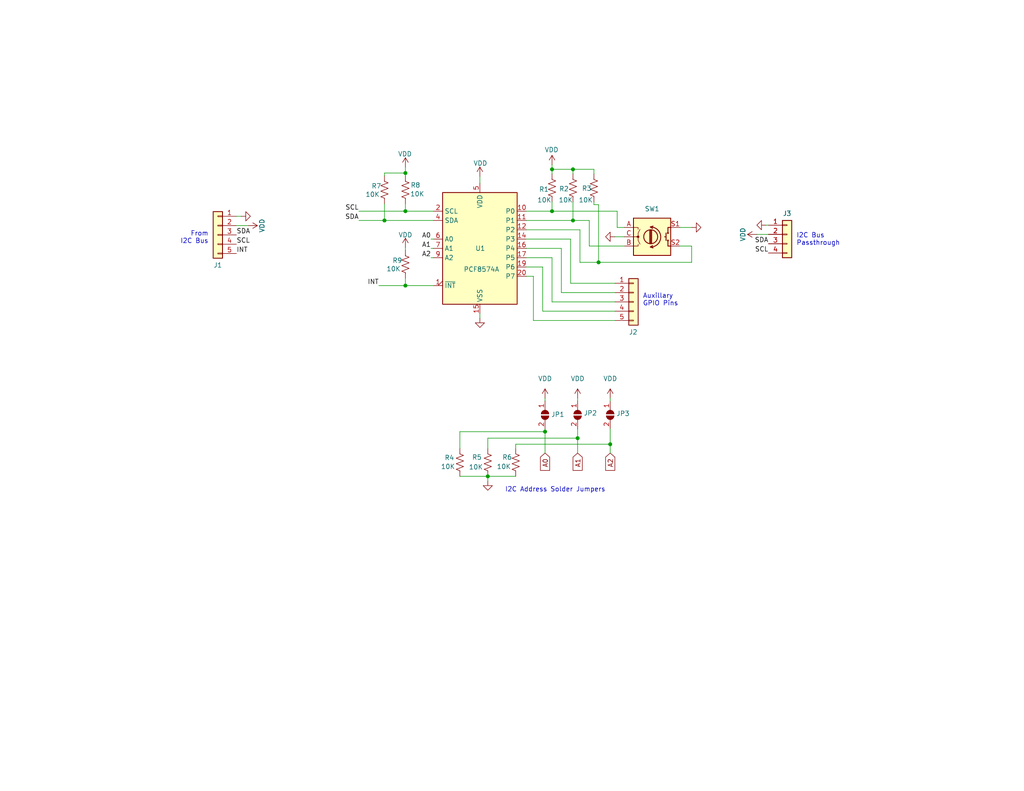
<source format=kicad_sch>
(kicad_sch (version 20211123) (generator eeschema)
  (paper "USLetter")
  (title_block (title "I2C Rotary Encoder Module") (date "2023-02-03") (rev "A"))
  (lib_symbols
    (symbol "Connector_Generic:Conn_01x04" (pin_names (offset 1.016) hide)
      (property "Reference" "J" (at 0 5.08 0))
      (property "Value" "Conn_01x04" (at 0 -7.62 0))
      (symbol "Conn_01x04_1_1"
        (rectangle (start -1.27 -4.953) (end 0 -5.207) (stroke (width 0.1524)))
        (rectangle (start -1.27 -2.413) (end 0 -2.667) (stroke (width 0.1524)))
        (rectangle (start -1.27 0.127) (end 0 -0.127) (stroke (width 0.1524)))
        (rectangle (start -1.27 2.667) (end 0 2.413) (stroke (width 0.1524)))
        (rectangle (start -1.27 3.81) (end 1.27 -6.35) (stroke (width 0.254)) (fill (type background)))
        (pin passive line (at -5.08 2.54 0) (length 3.81) (name "Pin_1") (number "1"))
        (pin passive line (at -5.08 0 0) (length 3.81) (name "Pin_2") (number "2"))
        (pin passive line (at -5.08 -2.54 0) (length 3.81) (name "Pin_3") (number "3"))
        (pin passive line (at -5.08 -5.08 0) (length 3.81) (name "Pin_4") (number "4"))
      )
    )
    (symbol "Connector_Generic:Conn_01x05" (pin_names (offset 1.016) hide)
      (property "Reference" "J" (at 0 7.62 0))
      (property "Value" "Conn_01x05" (at 0 -7.62 0))
      (symbol "Conn_01x05_1_1"
        (rectangle (start -1.27 -4.953) (end 0 -5.207) (stroke (width 0.1524)))
        (rectangle (start -1.27 -2.413) (end 0 -2.667) (stroke (width 0.1524)))
        (rectangle (start -1.27 0.127) (end 0 -0.127) (stroke (width 0.1524)))
        (rectangle (start -1.27 2.667) (end 0 2.413) (stroke (width 0.1524)))
        (rectangle (start -1.27 5.207) (end 0 4.953) (stroke (width 0.1524)))
        (rectangle (start -1.27 6.35) (end 1.27 -6.35) (stroke (width 0.254)) (fill (type background)))
        (pin passive line (at -5.08 5.08 0) (length 3.81) (name "Pin_1") (number "1"))
        (pin passive line (at -5.08 2.54 0) (length 3.81) (name "Pin_2") (number "2"))
        (pin passive line (at -5.08 0 0) (length 3.81) (name "Pin_3") (number "3"))
        (pin passive line (at -5.08 -2.54 0) (length 3.81) (name "Pin_4") (number "4"))
        (pin passive line (at -5.08 -5.08 0) (length 3.81) (name "Pin_5") (number "5"))
      )
    )
    (symbol "Device:R_US" (pin_numbers hide) (pin_names (offset 0))
      (property "Reference" "R" (at 2.54 0 90))
      (property "Value" "R_US" (at -2.54 0 90))
      (symbol "R_US_0_1"
        (polyline (pts (xy 0 -2.286) (xy 0 -2.54)))
        (polyline (pts (xy 0 2.286) (xy 0 2.54)))
        (polyline (pts (xy 0 -0.762) (xy 1.016 -1.143) (xy 0 -1.524) (xy -1.016 -1.905) (xy 0 -2.286)))
        (polyline (pts (xy 0 0.762) (xy 1.016 0.381) (xy 0 0) (xy -1.016 -0.381) (xy 0 -0.762)))
        (polyline (pts (xy 0 2.286) (xy 1.016 1.905) (xy 0 1.524) (xy -1.016 1.143) (xy 0 0.762)))
      )
      (symbol "R_US_1_1"
        (pin passive line (at 0 3.81 270) (length 1.27) (name "~") (number "1"))
        (pin passive line (at 0 -3.81 90) (length 1.27) (name "~") (number "2"))
      )
    )
    (symbol "Device:RotaryEncoder_Switch" (pin_names (offset 0.254) hide)
      (property "Reference" "SW" (at 0 6.604 0))
      (property "Value" "RotaryEncoder_Switch" (at 0 -6.604 0))
      (symbol "RotaryEncoder_Switch_0_1"
        (rectangle (start -5.08 5.08) (end 5.08 -5.08) (stroke (width 0.254)) (fill (type background)))
        (circle (center -3.81 0) (radius 0.254) (fill (type outline)))
        (arc (start -0.381 -2.794) (mid 2.3622 -0.0635) (end -0.381 2.667) (stroke (width 0.254)))
        (circle (center -0.381 0) (radius 1.905) (stroke (width 0.254)))
        (polyline (pts (xy -0.635 -1.778) (xy -0.635 1.778)) (stroke (width 0.254)))
        (polyline (pts (xy -0.381 -1.778) (xy -0.381 1.778)) (stroke (width 0.254)))
        (polyline (pts (xy -0.127 1.778) (xy -0.127 -1.778)) (stroke (width 0.254)))
        (polyline (pts (xy 3.81 0) (xy 3.429 0)) (stroke (width 0.254)))
        (polyline (pts (xy 3.81 1.016) (xy 3.81 -1.016)) (stroke (width 0.254)))
        (polyline (pts (xy -5.08 -2.54) (xy -3.81 -2.54) (xy -3.81 -2.032)))
        (polyline (pts (xy -5.08 2.54) (xy -3.81 2.54) (xy -3.81 2.032)))
        (polyline (pts (xy 0.254 -3.048) (xy -0.508 -2.794) (xy 0.127 -2.413)) (stroke (width 0.254)))
        (polyline (pts (xy 0.254 2.921) (xy -0.508 2.667) (xy 0.127 2.286)) (stroke (width 0.254)))
        (polyline (pts (xy 5.08 -2.54) (xy 4.318 -2.54) (xy 4.318 -1.016)) (stroke (width 0.254)))
        (polyline (pts (xy 5.08 2.54) (xy 4.318 2.54) (xy 4.318 1.016)) (stroke (width 0.254)))
        (polyline (pts (xy -5.08 0) (xy -3.81 0) (xy -3.81 -1.016) (xy -3.302 -2.032)))
        (polyline (pts (xy -4.318 0) (xy -3.81 0) (xy -3.81 1.016) (xy -3.302 2.032)))
        (circle (center 4.318 -1.016) (radius 0.127) (stroke (width 0.254)))
        (circle (center 4.318 1.016) (radius 0.127) (stroke (width 0.254)))
      )
      (symbol "RotaryEncoder_Switch_1_1"
        (pin passive line (at -7.62 2.54 0) (length 2.54) (name "A") (number "A"))
        (pin passive line (at -7.62 -2.54 0) (length 2.54) (name "B") (number "B"))
        (pin passive line (at -7.62 0 0) (length 2.54) (name "C") (number "C"))
        (pin passive line (at 7.62 2.54 180) (length 2.54) (name "S1") (number "S1"))
        (pin passive line (at 7.62 -2.54 180) (length 2.54) (name "S2") (number "S2"))
      )
    )
    (symbol "Interface_Expansion:PCF8574ATS"
      (property "Reference" "U" (at -8.89 16.51 0))
      (property "Value" "PCF8574ATS" (at 3.81 16.51 0))
      (symbol "PCF8574ATS_0_1"
        (rectangle (start -10.16 15.24) (end 10.16 -15.24) (stroke (width 0.254)) (fill (type background)))
      )
      (symbol "PCF8574ATS_1_1"
        (pin open_collector output_low (at -12.7 -10.16 0) (length 2.54) (name "~{INT}") (number "1"))
        (pin bidirectional line (at 12.7 10.16 180) (length 2.54) (name "P0") (number "10"))
        (pin bidirectional line (at 12.7 7.62 180) (length 2.54) (name "P1") (number "11"))
        (pin bidirectional line (at 12.7 5.08 180) (length 2.54) (name "P2") (number "12"))
        (pin no_connect line (at -10.16 -5.08 0) (length 2.54) hide (name "NC") (number "13"))
        (pin bidirectional line (at 12.7 2.54 180) (length 2.54) (name "P3") (number "14"))
        (pin power_in line (at 0 -17.78 90) (length 2.54) (name "VSS") (number "15"))
        (pin bidirectional line (at 12.7 0 180) (length 2.54) (name "P4") (number "16"))
        (pin bidirectional line (at 12.7 -2.54 180) (length 2.54) (name "P5") (number "17"))
        (pin no_connect line (at -10.16 -7.62 0) (length 2.54) hide (name "NC") (number "18"))
        (pin bidirectional line (at 12.7 -5.08 180) (length 2.54) (name "P6") (number "19"))
        (pin input line (at -12.7 10.16 0) (length 2.54) (name "SCL") (number "2"))
        (pin bidirectional line (at 12.7 -7.62 180) (length 2.54) (name "P7") (number "20"))
        (pin no_connect line (at 10.16 -10.16 180) (length 2.54) hide (name "NC") (number "3"))
        (pin bidirectional line (at -12.7 7.62 0) (length 2.54) (name "SDA") (number "4"))
        (pin power_in line (at 0 17.78 270) (length 2.54) (name "VDD") (number "5"))
        (pin input line (at -12.7 2.54 0) (length 2.54) (name "A0") (number "6"))
        (pin input line (at -12.7 0 0) (length 2.54) (name "A1") (number "7"))
        (pin no_connect line (at 10.16 -12.7 180) (length 2.54) hide (name "NC") (number "8"))
        (pin input line (at -12.7 -2.54 0) (length 2.54) (name "A2") (number "9"))
      )
    )
    (symbol "Jumper:SolderJumper_2_Open" (pin_names (offset 0) hide)
      (property "Reference" "JP" (at 0 2.032 0))
      (property "Value" "SolderJumper_2_Open" (at 0 -2.54 0))
      (symbol "SolderJumper_2_Open_0_1"
        (arc (start -0.254 1.016) (mid -1.27 0) (end -0.254 -1.016))
        (arc (start -0.254 1.016) (mid -1.27 0) (end -0.254 -1.016) (fill (type outline)))
        (polyline (pts (xy -0.254 1.016) (xy -0.254 -1.016)))
        (polyline (pts (xy 0.254 1.016) (xy 0.254 -1.016)))
        (arc (start 0.254 -1.016) (mid 1.27 0) (end 0.254 1.016))
        (arc (start 0.254 -1.016) (mid 1.27 0) (end 0.254 1.016) (fill (type outline)))
      )
      (symbol "SolderJumper_2_Open_1_1"
        (pin passive line (at -3.81 0 0) (length 2.54) (name "A") (number "1"))
        (pin passive line (at 3.81 0 180) (length 2.54) (name "B") (number "2"))
      )
    )
    (symbol "K7TFC_Passives:R_US" (pin_numbers hide) (pin_names (offset 0))
      (property "Reference" "R" (at 2.54 0 90))
      (property "Value" "R_US" (at -2.54 0 90))
      (symbol "R_US_0_1"
        (polyline (pts (xy 0 -2.286) (xy 0 -2.54)))
        (polyline (pts (xy 0 2.286) (xy 0 2.54)))
        (polyline (pts (xy 0 -0.762) (xy 1.016 -1.143) (xy 0 -1.524) (xy -1.016 -1.905) (xy 0 -2.286)))
        (polyline (pts (xy 0 0.762) (xy 1.016 0.381) (xy 0 0) (xy -1.016 -0.381) (xy 0 -0.762)))
        (polyline (pts (xy 0 2.286) (xy 1.016 1.905) (xy 0 1.524) (xy -1.016 1.143) (xy 0 0.762)))
      )
      (symbol "R_US_1_1"
        (pin passive line (at 0 3.81 270) (length 1.27) (name "~") (number "1"))
        (pin passive line (at 0 -3.81 90) (length 1.27) (name "~") (number "2"))
      )
    )
    (symbol "power:GND" (power) (pin_names (offset 0))
      (property "Value" "GND" (at 0 -3.81 0))
      (symbol "GND_0_1"
        (polyline (pts (xy 0 0) (xy 0 -1.27) (xy 1.27 -1.27) (xy 0 -2.54) (xy -1.27 -1.27) (xy 0 -1.27)))
      )
      (symbol "GND_1_1"
        (pin power_in line (at 0 0 270) (length 0) hide (name "GND") (number "1"))
      )
    )
    (symbol "power:VDD" (power) (pin_names (offset 0))
      (property "Value" "VDD" (at 0 3.81 0))
      (symbol "VDD_0_1"
        (polyline (pts (xy -0.762 1.27) (xy 0 2.54)))
        (polyline (pts (xy 0 0) (xy 0 2.54)))
        (polyline (pts (xy 0 2.54) (xy 0.762 1.27)))
      )
      (symbol "VDD_1_1"
        (pin power_in line (at 0 0 90) (length 0) hide (name "VDD") (number "1"))
      )
    )
  )
  (junction (at 133.096 130.048))
  (junction (at 110.617 57.658))
  (junction (at 163.322 71.628))
  (junction (at 150.622 57.658))
  (junction (at 150.622 46.228))
  (junction (at 148.717 117.856))
  (junction (at 110.617 47.244))
  (junction (at 166.497 121.285))
  (junction (at 110.617 77.978))
  (junction (at 104.902 60.198))
  (junction (at 156.337 60.198))
  (junction (at 156.337 46.228))
  (junction (at 157.607 119.634))
  (wire (pts (xy 155.702 77.343) (xy 167.767 77.343)))
  (wire (pts (xy 157.607 117.094) (xy 157.607 119.634)))
  (wire (pts (xy 162.052 55.88) (xy 162.052 55.118)))
  (wire (pts (xy 170.307 62.103) (xy 168.402 62.103)))
  (wire (pts (xy 143.637 67.818) (xy 153.162 67.818)))
  (wire (pts (xy 110.617 67.564) (xy 110.617 68.326)))
  (wire (pts (xy 168.402 57.658) (xy 150.622 57.658)))
  (wire (pts (xy 133.096 119.634) (xy 157.607 119.634)))
  (wire (pts (xy 158.242 62.738) (xy 143.637 62.738)))
  (wire (pts (xy 155.702 65.278) (xy 155.702 77.343)))
  (wire (pts (xy 110.617 57.658) (xy 118.237 57.658)))
  (wire (pts (xy 103.378 77.978) (xy 110.617 77.978)))
  (wire (pts (xy 156.337 55.118) (xy 156.337 60.198)))
  (wire (pts (xy 160.782 60.198) (xy 156.337 60.198)))
  (wire (pts (xy 117.602 65.278) (xy 118.237 65.278)))
  (wire (pts (xy 140.716 122.428) (xy 140.716 121.285)))
  (wire (pts (xy 188.722 67.183) (xy 188.722 71.628)))
  (wire (pts (xy 150.622 82.423) (xy 167.767 82.423)))
  (wire (pts (xy 104.902 60.198) (xy 118.237 60.198)))
  (wire (pts (xy 162.052 47.498) (xy 162.052 46.228)))
  (wire (pts (xy 143.637 65.278) (xy 155.702 65.278)))
  (wire (pts (xy 125.476 130.048) (xy 133.096 130.048)))
  (wire (pts (xy 148.717 108.712) (xy 148.717 109.474)))
  (wire (pts (xy 170.307 67.183) (xy 160.782 67.183)))
  (wire (pts (xy 148.717 117.856) (xy 148.717 123.698)))
  (wire (pts (xy 125.476 122.428) (xy 125.476 117.856)))
  (wire (pts (xy 110.617 47.244) (xy 110.617 48.006)))
  (wire (pts (xy 168.402 62.103) (xy 168.402 57.658)))
  (wire (pts (xy 150.622 44.958) (xy 150.622 46.228)))
  (wire (pts (xy 64.516 61.595) (xy 67.691 61.595)))
  (wire (pts (xy 185.547 62.103) (xy 188.722 62.103)))
  (wire (pts (xy 143.637 70.358) (xy 150.622 70.358)))
  (wire (pts (xy 133.096 130.048) (xy 133.096 131.318)))
  (wire (pts (xy 117.602 67.818) (xy 118.237 67.818)))
  (wire (pts (xy 166.497 121.285) (xy 166.497 123.698)))
  (wire (pts (xy 150.622 70.358) (xy 150.622 82.423)))
  (wire (pts (xy 64.516 59.055) (xy 65.786 59.055)))
  (wire (pts (xy 145.542 87.503) (xy 167.767 87.503)))
  (wire (pts (xy 110.617 55.626) (xy 110.617 57.658)))
  (wire (pts (xy 153.162 79.883) (xy 167.767 79.883)))
  (wire (pts (xy 150.622 46.228) (xy 156.337 46.228)))
  (wire (pts (xy 97.917 60.198) (xy 104.902 60.198)))
  (wire (pts (xy 153.162 67.818) (xy 153.162 79.883)))
  (wire (pts (xy 157.607 108.712) (xy 157.607 109.474)))
  (wire (pts (xy 163.322 71.628) (xy 163.322 55.88)))
  (wire (pts (xy 150.622 46.228) (xy 150.622 47.498)))
  (wire (pts (xy 185.547 67.183) (xy 188.722 67.183)))
  (wire (pts (xy 110.617 45.593) (xy 110.617 47.244)))
  (wire (pts (xy 133.096 122.428) (xy 133.096 119.634)))
  (wire (pts (xy 166.497 117.094) (xy 166.497 121.285)))
  (wire (pts (xy 145.542 75.438) (xy 145.542 87.503)))
  (wire (pts (xy 97.917 57.658) (xy 110.617 57.658)))
  (wire (pts (xy 130.937 48.133) (xy 130.937 50.038)))
  (wire (pts (xy 163.322 71.628) (xy 158.242 71.628)))
  (wire (pts (xy 158.242 71.628) (xy 158.242 62.738)))
  (wire (pts (xy 209.677 61.468) (xy 209.042 61.468)))
  (wire (pts (xy 156.337 46.228) (xy 156.337 47.498)))
  (wire (pts (xy 130.937 85.598) (xy 130.937 86.868)))
  (wire (pts (xy 148.082 84.963) (xy 167.767 84.963)))
  (wire (pts (xy 110.617 75.946) (xy 110.617 77.978)))
  (wire (pts (xy 209.677 64.008) (xy 206.502 64.008)))
  (wire (pts (xy 148.082 72.898) (xy 148.082 84.963)))
  (wire (pts (xy 104.902 55.626) (xy 104.902 60.198)))
  (wire (pts (xy 143.637 72.898) (xy 148.082 72.898)))
  (wire (pts (xy 133.096 130.048) (xy 140.716 130.048)))
  (wire (pts (xy 160.782 67.183) (xy 160.782 60.198)))
  (wire (pts (xy 157.607 119.634) (xy 157.607 123.698)))
  (wire (pts (xy 162.052 46.228) (xy 156.337 46.228)))
  (wire (pts (xy 143.637 57.658) (xy 150.622 57.658)))
  (wire (pts (xy 163.322 55.88) (xy 162.052 55.88)))
  (wire (pts (xy 156.337 60.198) (xy 143.637 60.198)))
  (wire (pts (xy 166.497 108.712) (xy 166.497 109.474)))
  (wire (pts (xy 167.767 64.643) (xy 170.307 64.643)))
  (wire (pts (xy 150.622 55.118) (xy 150.622 57.658)))
  (wire (pts (xy 104.902 47.244) (xy 104.902 48.006)))
  (wire (pts (xy 140.716 121.285) (xy 166.497 121.285)))
  (wire (pts (xy 125.476 117.856) (xy 148.717 117.856)))
  (wire (pts (xy 148.717 117.094) (xy 148.717 117.856)))
  (wire (pts (xy 145.542 75.438) (xy 143.637 75.438)))
  (wire (pts (xy 117.602 70.358) (xy 118.237 70.358)))
  (wire (pts (xy 188.722 71.628) (xy 163.322 71.628)))
  (wire (pts (xy 104.902 47.244) (xy 110.617 47.244)))
  (wire (pts (xy 110.617 77.978) (xy 118.237 77.978)))
  (text "I2C Bus\nPassthrough" (at 217.297 67.183 0) (effects (font (size 1.27 1.27)) (justify left bottom)))
  (text "I2C Address Solder Jumpers" (at 137.795 134.493 0) (effects (font (size 1.27 1.27)) (justify left bottom)))
  (text "From\nI2C Bus" (at 56.896 66.675 180) (effects (font (size 1.27 1.27)) (justify right bottom)))
  (text "Auxillary\nGPIO Pins" (at 175.387 83.693 0) (effects (font (size 1.27 1.27)) (justify left bottom)))
  (label "SDA" (at 64.516 64.135 0))
  (label "SDA" (at 97.917 60.198 180))
  (label "A1" (at 117.602 67.818 180))
  (label "A0" (at 117.602 65.278 180))
  (label "SCL" (at 97.917 57.658 180))
  (label "A2" (at 117.602 70.358 180))
  (label "SDA" (at 209.677 66.548 180))
  (label "INT" (at 103.378 77.978 180))
  (label "SCL" (at 209.677 69.088 180))
  (label "SCL" (at 64.516 66.675 0))
  (label "INT" (at 64.516 69.215 0))
  (global_label "A0" (shape input) (at 148.717 123.698 270) (property "Intersheet References" "${INTERSHEET_REFS}" (effects hide)))
  (global_label "A1" (shape input) (at 157.607 123.698 270) (property "Intersheet References" "${INTERSHEET_REFS}" (effects hide)))
  (global_label "A2" (shape input) (at 166.497 123.698 270) (property "Intersheet References" "${INTERSHEET_REFS}" (effects hide)))
  (symbol (lib_id "power:GND") (at 133.096 131.318 0) (unit 1)
    (property "Reference" "#PWR0103" (effects hide))
    (property "Value" "GND" (effects hide))
  )
  (symbol (lib_id "power:VDD") (at 157.607 108.712 0) (unit 1)
    (property "Reference" "#PWR0105" (effects hide))
    (property "Value" "VDD" (at 157.607 103.378 0))
  )
  (symbol (lib_id "power:VDD") (at 166.497 108.712 0) (unit 1)
    (property "Reference" "#PWR0104" (effects hide))
    (property "Value" "VDD" (at 166.497 103.378 0))
  )
  (symbol (lib_id "Device:R_US") (at 156.337 51.308 0) (unit 1)
    (property "Reference" "R2" (at 152.527 51.562 0) (effects (justify left)))
    (property "Value" "10K" (at 152.4 54.61 0) (effects (justify left)))
    (property "Footprint" "Resistor_SMD:R_0805_2012Metric" (effects hide))
  )
  (symbol (lib_id "power:VDD") (at 130.937 48.133 0) (unit 1)
    (property "Reference" "#PWR0101" (effects hide))
    (property "Value" "VDD" (at 131.064 44.577 0))
  )
  (symbol (lib_id "power:VDD") (at 110.617 67.564 0) (unit 1)
    (property "Reference" "#PWR0106" (effects hide))
    (property "Value" "VDD" (at 110.617 64.135 0))
  )
  (symbol (lib_id "Jumper:SolderJumper_2_Open") (at 148.717 113.284 270) (unit 1)
    (property "Reference" "JP1" (at 150.368 113.157 90) (effects (justify left)))
    (property "Value" "SolderJumper_2_Open" (effects hide))
    (property "Footprint" "Jumper:SolderJumper-2_P1.3mm_Open_RoundedPad1.0x1.5mm" (effects hide))
  )
  (symbol (lib_id "Device:R_US") (at 162.052 51.308 0) (unit 1)
    (property "Reference" "R3" (at 158.75 51.435 0) (effects (justify left)))
    (property "Value" "10K" (at 157.861 54.61 0) (effects (justify left)))
    (property "Footprint" "Resistor_SMD:R_0805_2012Metric" (effects hide))
  )
  (symbol (lib_id "power:GND") (at 130.937 86.868 0) (unit 1)
    (property "Reference" "#PWR0102" (effects hide))
    (property "Value" "GND" (effects hide))
  )
  (symbol (lib_id "power:GND") (at 188.722 62.103 90) (unit 1)
    (property "Reference" "#PWR0113" (effects hide))
    (property "Value" "GND" (effects hide))
  )
  (symbol (lib_id "Connector_Generic:Conn_01x04") (at 214.757 64.008 0) (unit 1)
    (property "Reference" "J3" (at 214.757 58.293 0))
    (property "Value" "Conn_01x04" (effects hide))
    (property "Footprint" "Connector_PinHeader_2.54mm:PinHeader_1x04_P2.54mm_Vertical" (effects hide))
  )
  (symbol (lib_id "power:VDD") (at 67.691 61.595 270) (mirror x) (unit 1)
    (property "Reference" "#PWR0112" (effects hide))
    (property "Value" "VDD" (at 71.501 59.69 0) (effects (justify right)))
  )
  (symbol (lib_id "K7TFC_Passives:R_US") (at 104.902 51.816 0) (unit 1)
    (property "Reference" "R7" (at 101.346 50.8 0) (effects (justify left)))
    (property "Value" "10K" (at 99.695 53.086 0) (effects (justify left)))
    (property "Footprint" "Resistor_SMD:R_0805_2012Metric" (effects hide))
  )
  (symbol (lib_id "power:GND") (at 209.042 61.468 270) (unit 1)
    (property "Reference" "#PWR0114" (effects hide))
    (property "Value" "GND" (effects hide))
  )
  (symbol (lib_id "Device:R_US") (at 150.622 51.308 0) (unit 1)
    (property "Reference" "R1" (at 147.066 51.689 0) (effects (justify left)))
    (property "Value" "10K" (at 146.558 54.61 0) (effects (justify left)))
    (property "Footprint" "Resistor_SMD:R_0805_2012Metric" (effects hide))
  )
  (symbol (lib_id "Connector_Generic:Conn_01x05") (at 172.847 82.423 0) (unit 1)
    (property "Reference" "J2" (at 171.577 90.678 0) (effects (justify left)))
    (property "Value" "Conn_01x05" (effects hide))
    (property "Footprint" "Connector_PinHeader_2.54mm:PinHeader_1x05_P2.54mm_Vertical" (effects hide))
  )
  (symbol (lib_id "Interface_Expansion:PCF8574ATS") (at 130.937 67.818 0) (unit 1)
    (property "Reference" "U1" (at 129.667 67.818 0) (effects (justify left)))
    (property "Value" "PCF8574A" (at 126.492 73.533 0) (effects (justify left)))
    (property "Footprint" "Package_SO:SSOP-20_4.4x6.5mm_P0.65mm" (effects hide))
    (property "Datasheet" "http://www.nxp.com/documents/data_sheet/PCF8574_PCF8574A.pdf" (effects hide))
  )
  (symbol (lib_id "Jumper:SolderJumper_2_Open") (at 157.607 113.284 270) (unit 1)
    (property "Reference" "JP2" (at 159.258 112.776 90) (effects (justify left)))
    (property "Value" "SolderJumper_2_Open" (effects hide))
    (property "Footprint" "Jumper:SolderJumper-2_P1.3mm_Open_RoundedPad1.0x1.5mm" (effects hide))
  )
  (symbol (lib_id "power:GND") (at 65.786 59.055 90) (mirror x) (unit 1)
    (property "Reference" "#PWR0111" (effects hide))
    (property "Value" "GND" (effects hide))
  )
  (symbol (lib_id "power:GND") (at 167.767 64.643 270) (unit 1)
    (property "Reference" "#PWR0109" (effects hide))
    (property "Value" "GND" (effects hide))
  )
  (symbol (lib_id "Connector_Generic:Conn_01x05") (at 59.436 64.135 0) (mirror y) (unit 1)
    (property "Reference" "J1" (at 59.436 72.39 0))
    (property "Value" "Conn_01x05" (effects hide))
    (property "Footprint" "Connector_PinHeader_2.54mm:PinHeader_1x05_P2.54mm_Vertical" (effects hide))
  )
  (symbol (lib_id "power:VDD") (at 110.617 45.593 0) (unit 1)
    (property "Reference" "#PWR0107" (effects hide))
    (property "Value" "VDD" (at 110.49 42.037 0))
  )
  (symbol (lib_id "K7TFC_Passives:R_US") (at 110.617 51.816 0) (unit 1)
    (property "Reference" "R8" (at 112.014 50.546 0) (effects (justify left)))
    (property "Value" "10K" (at 111.887 52.959 0) (effects (justify left)))
    (property "Footprint" "Resistor_SMD:R_0805_2012Metric" (effects hide))
  )
  (symbol (lib_id "power:VDD") (at 150.622 44.958 0) (unit 1)
    (property "Reference" "#PWR0110" (effects hide))
    (property "Value" "VDD" (at 150.495 40.894 0))
  )
  (symbol (lib_id "Jumper:SolderJumper_2_Open") (at 166.497 113.284 270) (unit 1)
    (property "Reference" "JP3" (at 168.148 112.903 90) (effects (justify left)))
    (property "Value" "SolderJumper_2_Open" (effects hide))
    (property "Footprint" "Jumper:SolderJumper-2_P1.3mm_Open_RoundedPad1.0x1.5mm" (effects hide))
  )
  (symbol (lib_id "K7TFC_Passives:R_US") (at 133.096 126.238 0) (unit 1)
    (property "Reference" "R5" (at 128.778 124.841 0) (effects (justify left)))
    (property "Value" "10K" (at 127.889 127.508 0) (effects (justify left)))
    (property "Footprint" "Resistor_SMD:R_0805_2012Metric" (effects hide))
  )
  (symbol (lib_id "power:VDD") (at 148.717 108.712 0) (unit 1)
    (property "Reference" "#PWR0108" (effects hide))
    (property "Value" "VDD" (at 148.717 103.378 0))
  )
  (symbol (lib_id "power:VDD") (at 206.502 64.008 90) (unit 1)
    (property "Reference" "#PWR0115" (effects hide))
    (property "Value" "VDD" (at 202.692 62.103 0) (effects (justify right)))
  )
  (symbol (lib_id "Device:RotaryEncoder_Switch") (at 177.927 64.643 0) (unit 1)
    (property "Reference" "SW1" (at 177.927 57.023 0))
    (property "Value" "RotaryEncoder_Switch" (effects hide))
    (property "Footprint" "Rotary_Encoder:RotaryEncoder_Alps_EC11E-Switch_Vertical_H20mm" (effects hide))
  )
  (symbol (lib_id "K7TFC_Passives:R_US") (at 140.716 126.238 0) (unit 1)
    (property "Reference" "R6" (at 137.033 124.841 0) (effects (justify left)))
    (property "Value" "10K" (at 135.509 127.381 0) (effects (justify left)))
    (property "Footprint" "Resistor_SMD:R_0805_2012Metric" (effects hide))
  )
  (symbol (lib_id "K7TFC_Passives:R_US") (at 125.476 126.238 0) (unit 1)
    (property "Reference" "R4" (at 121.285 124.968 0) (effects (justify left)))
    (property "Value" "10K" (at 120.269 127.381 0) (effects (justify left)))
    (property "Footprint" "Resistor_SMD:R_0805_2012Metric" (effects hide))
  )
  (symbol (lib_id "K7TFC_Passives:R_US") (at 110.617 72.136 0) (unit 1)
    (property "Reference" "R9" (at 107.061 71.12 0) (effects (justify left)))
    (property "Value" "10K" (at 105.41 73.406 0) (effects (justify left)))
    (property "Footprint" "Resistor_SMD:R_0805_2012Metric" (effects hide))
  )
)
</source>
